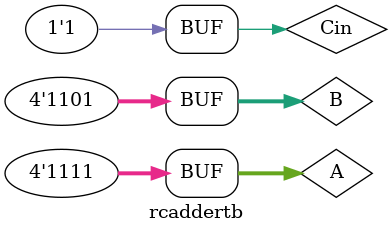
<source format=v>
`timescale 1ns / 1ps
module rcaddertb;

 reg [3:0] A;

 reg [3:0] B;

 reg Cin;

 // Outputs

 wire [3:0] Sum;

 wire Cout;

 
 Adder4bit uut (

                 .A(A), 

                 .B(B), 

                 .Cin(Cin), 

                 .Sum(Sum), 

                 .Cout(Cout)

                );

 initial begin

  // Initialize Inputs

  A    = 4'b0;

  B    = 4'b0;

  Cin  = 4'b0;

  // Wait 100 ns for global reset to finish

  #100;

  // Add stimulus here

  A    = 4'b1011;

  B    = 4'b0100;

  Cin  = 4'b0;

  #20;

  A=4'b1111;

  B= 4'b1101;

  Cin= 4'b1;

 end
endmodule



</source>
